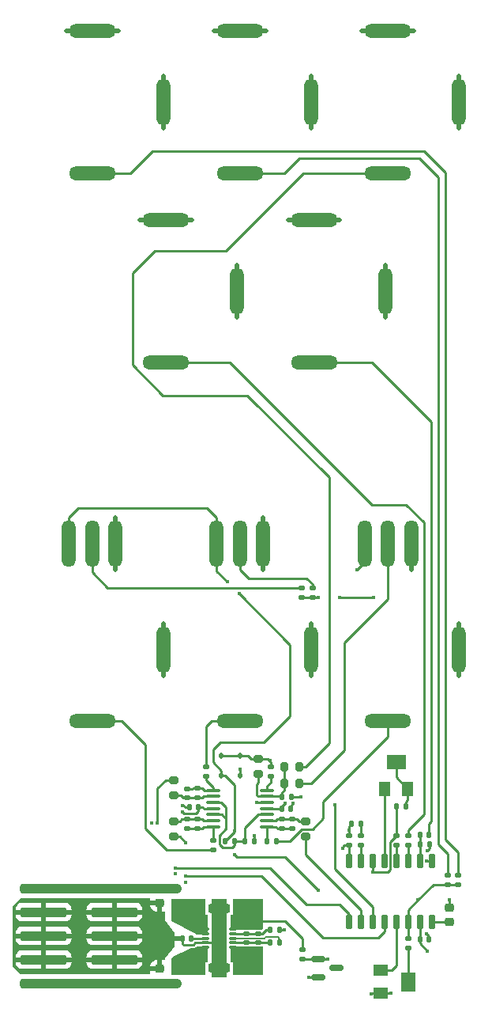
<source format=gbr>
%TF.GenerationSoftware,KiCad,Pcbnew,7.0.6*%
%TF.CreationDate,2023-07-23T13:51:40-05:00*%
%TF.ProjectId,ssi2131_ref,73736932-3133-4315-9f72-65662e6b6963,rev?*%
%TF.SameCoordinates,Original*%
%TF.FileFunction,Copper,L1,Top*%
%TF.FilePolarity,Positive*%
%FSLAX46Y46*%
G04 Gerber Fmt 4.6, Leading zero omitted, Abs format (unit mm)*
G04 Created by KiCad (PCBNEW 7.0.6) date 2023-07-23 13:51:40*
%MOMM*%
%LPD*%
G01*
G04 APERTURE LIST*
G04 Aperture macros list*
%AMRoundRect*
0 Rectangle with rounded corners*
0 $1 Rounding radius*
0 $2 $3 $4 $5 $6 $7 $8 $9 X,Y pos of 4 corners*
0 Add a 4 corners polygon primitive as box body*
4,1,4,$2,$3,$4,$5,$6,$7,$8,$9,$2,$3,0*
0 Add four circle primitives for the rounded corners*
1,1,$1+$1,$2,$3*
1,1,$1+$1,$4,$5*
1,1,$1+$1,$6,$7*
1,1,$1+$1,$8,$9*
0 Add four rect primitives between the rounded corners*
20,1,$1+$1,$2,$3,$4,$5,0*
20,1,$1+$1,$4,$5,$6,$7,0*
20,1,$1+$1,$6,$7,$8,$9,0*
20,1,$1+$1,$8,$9,$2,$3,0*%
G04 Aperture macros list end*
%TA.AperFunction,SMDPad,CuDef*%
%ADD10RoundRect,0.135000X0.135000X0.185000X-0.135000X0.185000X-0.135000X-0.185000X0.135000X-0.185000X0*%
%TD*%
%TA.AperFunction,SMDPad,CuDef*%
%ADD11RoundRect,0.225000X0.225000X0.250000X-0.225000X0.250000X-0.225000X-0.250000X0.225000X-0.250000X0*%
%TD*%
%TA.AperFunction,SMDPad,CuDef*%
%ADD12RoundRect,0.225000X-0.250000X0.225000X-0.250000X-0.225000X0.250000X-0.225000X0.250000X0.225000X0*%
%TD*%
%TA.AperFunction,SMDPad,CuDef*%
%ADD13RoundRect,0.140000X-0.170000X0.140000X-0.170000X-0.140000X0.170000X-0.140000X0.170000X0.140000X0*%
%TD*%
%TA.AperFunction,SMDPad,CuDef*%
%ADD14RoundRect,0.135000X-0.135000X-0.185000X0.135000X-0.185000X0.135000X0.185000X-0.135000X0.185000X0*%
%TD*%
%TA.AperFunction,SMDPad,CuDef*%
%ADD15RoundRect,0.140000X0.140000X0.170000X-0.140000X0.170000X-0.140000X-0.170000X0.140000X-0.170000X0*%
%TD*%
%TA.AperFunction,SMDPad,CuDef*%
%ADD16O,1.500000X5.000000*%
%TD*%
%TA.AperFunction,SMDPad,CuDef*%
%ADD17O,5.000000X1.500000*%
%TD*%
%TA.AperFunction,SMDPad,CuDef*%
%ADD18RoundRect,0.135000X-0.185000X0.135000X-0.185000X-0.135000X0.185000X-0.135000X0.185000X0.135000X0*%
%TD*%
%TA.AperFunction,SMDPad,CuDef*%
%ADD19RoundRect,0.140000X-0.140000X-0.170000X0.140000X-0.170000X0.140000X0.170000X-0.140000X0.170000X0*%
%TD*%
%TA.AperFunction,SMDPad,CuDef*%
%ADD20RoundRect,0.255000X2.245000X0.255000X-2.245000X0.255000X-2.245000X-0.255000X2.245000X-0.255000X0*%
%TD*%
%TA.AperFunction,SMDPad,CuDef*%
%ADD21RoundRect,0.112500X0.112500X-0.187500X0.112500X0.187500X-0.112500X0.187500X-0.112500X-0.187500X0*%
%TD*%
%TA.AperFunction,SMDPad,CuDef*%
%ADD22RoundRect,0.200000X0.275000X-0.200000X0.275000X0.200000X-0.275000X0.200000X-0.275000X-0.200000X0*%
%TD*%
%TA.AperFunction,SMDPad,CuDef*%
%ADD23RoundRect,0.200000X-0.275000X0.200000X-0.275000X-0.200000X0.275000X-0.200000X0.275000X0.200000X0*%
%TD*%
%TA.AperFunction,SMDPad,CuDef*%
%ADD24RoundRect,0.135000X0.185000X-0.135000X0.185000X0.135000X-0.185000X0.135000X-0.185000X-0.135000X0*%
%TD*%
%TA.AperFunction,SMDPad,CuDef*%
%ADD25RoundRect,0.140000X0.170000X-0.140000X0.170000X0.140000X-0.170000X0.140000X-0.170000X-0.140000X0*%
%TD*%
%TA.AperFunction,SMDPad,CuDef*%
%ADD26RoundRect,0.200000X0.200000X0.275000X-0.200000X0.275000X-0.200000X-0.275000X0.200000X-0.275000X0*%
%TD*%
%TA.AperFunction,SMDPad,CuDef*%
%ADD27RoundRect,0.112500X-0.112500X0.187500X-0.112500X-0.187500X0.112500X-0.187500X0.112500X0.187500X0*%
%TD*%
%TA.AperFunction,SMDPad,CuDef*%
%ADD28RoundRect,0.150000X-0.587500X-0.150000X0.587500X-0.150000X0.587500X0.150000X-0.587500X0.150000X0*%
%TD*%
%TA.AperFunction,SMDPad,CuDef*%
%ADD29R,1.300000X1.600000*%
%TD*%
%TA.AperFunction,SMDPad,CuDef*%
%ADD30R,2.000000X1.600000*%
%TD*%
%TA.AperFunction,SMDPad,CuDef*%
%ADD31RoundRect,0.225000X-0.225000X-0.250000X0.225000X-0.250000X0.225000X0.250000X-0.225000X0.250000X0*%
%TD*%
%TA.AperFunction,SMDPad,CuDef*%
%ADD32R,0.280000X0.280000*%
%TD*%
%TA.AperFunction,SMDPad,CuDef*%
%ADD33O,0.850000X0.280000*%
%TD*%
%TA.AperFunction,SMDPad,CuDef*%
%ADD34R,0.680000X1.050000*%
%TD*%
%TA.AperFunction,SMDPad,CuDef*%
%ADD35R,0.260000X0.500000*%
%TD*%
%TA.AperFunction,SMDPad,CuDef*%
%ADD36R,0.280000X0.700000*%
%TD*%
%TA.AperFunction,SMDPad,CuDef*%
%ADD37R,1.650000X2.400000*%
%TD*%
%TA.AperFunction,SMDPad,CuDef*%
%ADD38R,1.600000X1.300000*%
%TD*%
%TA.AperFunction,SMDPad,CuDef*%
%ADD39R,1.600000X2.000000*%
%TD*%
%TA.AperFunction,SMDPad,CuDef*%
%ADD40RoundRect,0.150000X0.150000X-0.650000X0.150000X0.650000X-0.150000X0.650000X-0.150000X-0.650000X0*%
%TD*%
%TA.AperFunction,SMDPad,CuDef*%
%ADD41RoundRect,0.100000X-0.637500X-0.100000X0.637500X-0.100000X0.637500X0.100000X-0.637500X0.100000X0*%
%TD*%
%TA.AperFunction,ViaPad*%
%ADD42C,0.450000*%
%TD*%
%TA.AperFunction,Conductor*%
%ADD43C,0.254000*%
%TD*%
%TA.AperFunction,Conductor*%
%ADD44C,0.250000*%
%TD*%
%TA.AperFunction,Conductor*%
%ADD45C,0.508000*%
%TD*%
%TA.AperFunction,Conductor*%
%ADD46C,1.016000*%
%TD*%
%TA.AperFunction,Conductor*%
%ADD47C,0.127000*%
%TD*%
G04 APERTURE END LIST*
D10*
%TO.P,R16,1*%
%TO.N,Net-(R16-Pad1)*%
X165045500Y-120777000D03*
%TO.P,R16,2*%
%TO.N,VREF*%
X164025500Y-120777000D03*
%TD*%
D11*
%TO.P,C3,1*%
%TO.N,+5V*%
X147350700Y-131726000D03*
%TO.P,C3,2*%
%TO.N,GND*%
X145800700Y-131726000D03*
%TD*%
D12*
%TO.P,C13,1*%
%TO.N,GND*%
X169740500Y-131614000D03*
%TO.P,C13,2*%
%TO.N,Net-(U4-TCAP)*%
X169740500Y-133164000D03*
%TD*%
D13*
%TO.P,C2,1*%
%TO.N,+5V*%
X149235502Y-133441000D03*
%TO.P,C2,2*%
%TO.N,Net-(U1-FBP)*%
X149235502Y-134401000D03*
%TD*%
D14*
%TO.P,R18,1*%
%TO.N,VREF*%
X145667000Y-124503000D03*
%TO.P,R18,2*%
%TO.N,Net-(U3A-+)*%
X146687000Y-124503000D03*
%TD*%
D15*
%TO.P,C12,1*%
%TO.N,GND*%
X167525500Y-134994000D03*
%TO.P,C12,2*%
%TO.N,-5V*%
X166565500Y-134994000D03*
%TD*%
D14*
%TO.P,R2,1*%
%TO.N,Net-(U1-FBP)*%
X150503502Y-134012000D03*
%TO.P,R2,2*%
%TO.N,GND*%
X151523502Y-134012000D03*
%TD*%
D11*
%TO.P,C7,1*%
%TO.N,-5V*%
X147350700Y-138076000D03*
%TO.P,C7,2*%
%TO.N,GND*%
X145800700Y-138076000D03*
%TD*%
D16*
%TO.P,RV4,1,1*%
%TO.N,VREF*%
X144780000Y-92710000D03*
%TO.P,RV4,2,2*%
%TO.N,Net-(R29-Pad1)*%
X147280000Y-92710000D03*
%TO.P,RV4,3,3*%
%TO.N,GND*%
X149780000Y-92710000D03*
%TD*%
%TO.P,J8,S*%
%TO.N,GND*%
X170756500Y-45459000D03*
D17*
%TO.P,J8,T*%
%TO.N,PWM CV*%
X163136500Y-53079000D03*
%TO.P,J8,TN*%
%TO.N,GND*%
X163136500Y-37839000D03*
%TD*%
D18*
%TO.P,R11,1*%
%TO.N,EXPO FREQ CV_{1}*%
X170688000Y-128139000D03*
%TO.P,R11,2*%
%TO.N,EXPO FREQ POT*%
X170688000Y-129159000D03*
%TD*%
D12*
%TO.P,C8,1*%
%TO.N,Net-(D3-A)*%
X138636500Y-129567000D03*
%TO.P,C8,2*%
%TO.N,GND*%
X138636500Y-131117000D03*
%TD*%
D19*
%TO.P,C10,1*%
%TO.N,GND*%
X141828000Y-120904000D03*
%TO.P,C10,2*%
%TO.N,+12V*%
X142788000Y-120904000D03*
%TD*%
D20*
%TO.P,J9,1,Pin_1*%
%TO.N,Net-(D4-K)*%
X133810500Y-139727000D03*
%TO.P,J9,2,Pin_2*%
X126210500Y-139727000D03*
%TO.P,J9,3,Pin_3*%
%TO.N,GND*%
X133810500Y-137187000D03*
%TO.P,J9,4,Pin_4*%
X126210500Y-137187000D03*
%TO.P,J9,5,Pin_5*%
X133810500Y-134647000D03*
%TO.P,J9,6,Pin_6*%
X126210500Y-134647000D03*
%TO.P,J9,7,Pin_7*%
X133810500Y-132107000D03*
%TO.P,J9,8,Pin_8*%
X126210500Y-132107000D03*
%TO.P,J9,9,Pin_9*%
%TO.N,Net-(D3-A)*%
X133810500Y-129567000D03*
%TO.P,J9,10,Pin_10*%
X126210500Y-129567000D03*
%TD*%
D21*
%TO.P,D1,1,K*%
%TO.N,VREF*%
X145288000Y-117467000D03*
%TO.P,D1,2,A*%
%TO.N,PWM_CTRL*%
X145288000Y-115367000D03*
%TD*%
D22*
%TO.P,R9,1*%
%TO.N,Net-(U3D--)*%
X149225000Y-117362000D03*
%TO.P,R9,2*%
%TO.N,PWM_CTRL*%
X149225000Y-115712000D03*
%TD*%
D18*
%TO.P,R13,1*%
%TO.N,EXPO FREQ POT*%
X165295500Y-134954000D03*
%TO.P,R13,2*%
%TO.N,Net-(R13-Pad2)*%
X165295500Y-135974000D03*
%TD*%
D16*
%TO.P,J4,S*%
%TO.N,GND*%
X139043500Y-45459000D03*
D17*
%TO.P,J4,T*%
%TO.N,EXPO FREQ CV_{1}*%
X131423500Y-53079000D03*
%TO.P,J4,TN*%
%TO.N,GND*%
X131423500Y-37839000D03*
%TD*%
D22*
%TO.P,R26,1*%
%TO.N,PULSE OUT*%
X154305000Y-124050000D03*
%TO.P,R26,2*%
%TO.N,Net-(U3C--)*%
X154305000Y-122400000D03*
%TD*%
D10*
%TO.P,R3,1*%
%TO.N,Net-(U1-BUF)*%
X151523502Y-135401000D03*
%TO.P,R3,2*%
%TO.N,Net-(U1-FBN)*%
X150503502Y-135401000D03*
%TD*%
D18*
%TO.P,R1,1*%
%TO.N,+5V*%
X147965502Y-133381000D03*
%TO.P,R1,2*%
%TO.N,Net-(U1-FBP)*%
X147965502Y-134401000D03*
%TD*%
%TO.P,R24,1*%
%TO.N,Net-(C19-Pad2)*%
X144399000Y-124453000D03*
%TO.P,R24,2*%
%TO.N,TRI LINE OUT*%
X144399000Y-125473000D03*
%TD*%
D23*
%TO.P,R20,1*%
%TO.N,SAW OUT*%
X140208000Y-117998000D03*
%TO.P,R20,2*%
%TO.N,Net-(U3A--)*%
X140208000Y-119648000D03*
%TD*%
D13*
%TO.P,C20,1*%
%TO.N,Net-(U3C--)*%
X152908000Y-122175000D03*
%TO.P,C20,2*%
%TO.N,Net-(C20-Pad2)*%
X152908000Y-123135000D03*
%TD*%
D12*
%TO.P,C9,1*%
%TO.N,GND*%
X138636500Y-138177000D03*
%TO.P,C9,2*%
%TO.N,Net-(D4-K)*%
X138636500Y-139727000D03*
%TD*%
D10*
%TO.P,R6,1*%
%TO.N,-5V*%
X152775000Y-119754000D03*
%TO.P,R6,2*%
%TO.N,Net-(U3D--)*%
X151755000Y-119754000D03*
%TD*%
D18*
%TO.P,R30,1*%
%TO.N,Net-(R30-Pad1)*%
X153924000Y-97407000D03*
%TO.P,R30,2*%
%TO.N,EXPO FREQ POT*%
X153924000Y-98427000D03*
%TD*%
D24*
%TO.P,R21,1*%
%TO.N,Net-(C18-Pad2)*%
X143637000Y-117597000D03*
%TO.P,R21,2*%
%TO.N,SAW LINE OUT*%
X143637000Y-116577000D03*
%TD*%
D21*
%TO.P,D4,1,K*%
%TO.N,Net-(D4-K)*%
X140530500Y-139727000D03*
%TO.P,D4,2,A*%
%TO.N,-12V*%
X140530500Y-137627000D03*
%TD*%
D18*
%TO.P,R28,1*%
%TO.N,Net-(U3C--)*%
X151805000Y-122165000D03*
%TO.P,R28,2*%
%TO.N,Net-(C20-Pad2)*%
X151805000Y-123185000D03*
%TD*%
D16*
%TO.P,J5,S*%
%TO.N,GND*%
X154900000Y-45459000D03*
D17*
%TO.P,J5,T*%
%TO.N,EXPO FREQ CV_{2}*%
X147280000Y-53079000D03*
%TO.P,J5,TN*%
%TO.N,GND*%
X147280000Y-37839000D03*
%TD*%
D21*
%TO.P,D3,1,K*%
%TO.N,+12V*%
X140530500Y-131667000D03*
%TO.P,D3,2,A*%
%TO.N,Net-(D3-A)*%
X140530500Y-129567000D03*
%TD*%
D25*
%TO.P,C18,1*%
%TO.N,Net-(U3A--)*%
X141605000Y-119873000D03*
%TO.P,C18,2*%
%TO.N,Net-(C18-Pad2)*%
X141605000Y-118913000D03*
%TD*%
D19*
%TO.P,C17,1*%
%TO.N,Net-(U4-HARD_SYNC)*%
X166563500Y-123825000D03*
%TO.P,C17,2*%
%TO.N,HARD SYNC*%
X167523500Y-123825000D03*
%TD*%
D26*
%TO.P,R7,1*%
%TO.N,PWM_POT*%
X153640000Y-118357000D03*
%TO.P,R7,2*%
%TO.N,Net-(U3D--)*%
X151990000Y-118357000D03*
%TD*%
D25*
%TO.P,C16,1*%
%TO.N,Net-(U4-SOFT_SYNC)*%
X165295500Y-124933000D03*
%TO.P,C16,2*%
%TO.N,SOFT SYNC*%
X165295500Y-123973000D03*
%TD*%
D14*
%TO.P,R27,1*%
%TO.N,Net-(C20-Pad2)*%
X150124000Y-124503000D03*
%TO.P,R27,2*%
%TO.N,PULSE LINE OUT*%
X151144000Y-124503000D03*
%TD*%
D27*
%TO.P,D2,1,K*%
%TO.N,PWM_CTRL*%
X147320000Y-115367000D03*
%TO.P,D2,2,A*%
%TO.N,GND*%
X147320000Y-117467000D03*
%TD*%
D24*
%TO.P,R10,1*%
%TO.N,Net-(R10-Pad1)*%
X150622000Y-117597000D03*
%TO.P,R10,2*%
%TO.N,PWM_CTRL*%
X150622000Y-116577000D03*
%TD*%
D14*
%TO.P,R19,1*%
%TO.N,Net-(U3A-+)*%
X147826000Y-124503000D03*
%TO.P,R19,2*%
%TO.N,GND*%
X148846000Y-124503000D03*
%TD*%
D28*
%TO.P,U2,1,K*%
%TO.N,VREF*%
X155702000Y-137160000D03*
%TO.P,U2,2,A*%
%TO.N,GND*%
X155702000Y-139060000D03*
%TO.P,U2,3*%
%TO.N,N/C*%
X157577000Y-138110000D03*
%TD*%
D26*
%TO.P,R8,1*%
%TO.N,PWM CV*%
X153640000Y-116579000D03*
%TO.P,R8,2*%
%TO.N,Net-(U3D--)*%
X151990000Y-116579000D03*
%TD*%
D18*
%TO.P,R29,1*%
%TO.N,Net-(R29-Pad1)*%
X155067000Y-97407000D03*
%TO.P,R29,2*%
%TO.N,EXPO FREQ POT*%
X155067000Y-98427000D03*
%TD*%
D15*
%TO.P,C4,1*%
%TO.N,Net-(U1-NR{slash}SS)*%
X142026500Y-134901000D03*
%TO.P,C4,2*%
%TO.N,GND*%
X141066500Y-134901000D03*
%TD*%
D29*
%TO.P,RV2,1,1*%
%TO.N,Net-(U4-EXPO_SCALE)*%
X162759846Y-118925000D03*
D30*
%TO.P,RV2,2,2*%
%TO.N,Net-(R16-Pad1)*%
X164009846Y-116025000D03*
D29*
%TO.P,RV2,3,3*%
X165259846Y-118925000D03*
%TD*%
D16*
%TO.P,J3,S*%
%TO.N,GND*%
X170756500Y-104006000D03*
D17*
%TO.P,J3,T*%
%TO.N,PULSE LINE OUT*%
X163136500Y-111626000D03*
%TD*%
D22*
%TO.P,R23,1*%
%TO.N,TRI OUT*%
X140208000Y-124050000D03*
%TO.P,R23,2*%
%TO.N,Net-(U3B--)*%
X140208000Y-122400000D03*
%TD*%
D13*
%TO.P,C5,1*%
%TO.N,Net-(U1-FBN)*%
X149235502Y-135401000D03*
%TO.P,C5,2*%
%TO.N,-5V*%
X149235502Y-136361000D03*
%TD*%
D24*
%TO.P,R14,1*%
%TO.N,Net-(U4-BW_COMP)*%
X160215500Y-124963000D03*
%TO.P,R14,2*%
%TO.N,Net-(C14-Pad1)*%
X160215500Y-123943000D03*
%TD*%
D31*
%TO.P,C1,1*%
%TO.N,+12V*%
X142727300Y-131726000D03*
%TO.P,C1,2*%
%TO.N,GND*%
X144277300Y-131726000D03*
%TD*%
D16*
%TO.P,RV3,1,1*%
%TO.N,+5V*%
X160636500Y-92710000D03*
%TO.P,RV3,2,2*%
%TO.N,PWM_POT*%
X163136500Y-92710000D03*
%TO.P,RV3,3,3*%
%TO.N,-5V*%
X165636500Y-92710000D03*
%TD*%
D25*
%TO.P,C15,1*%
%TO.N,+5V*%
X158945500Y-124933000D03*
%TO.P,C15,2*%
%TO.N,GND*%
X158945500Y-123973000D03*
%TD*%
D15*
%TO.P,C14,1*%
%TO.N,Net-(C14-Pad1)*%
X160215500Y-122675000D03*
%TO.P,C14,2*%
%TO.N,GND*%
X159255500Y-122675000D03*
%TD*%
D16*
%TO.P,RV5,1,1*%
%TO.N,VREF*%
X128923500Y-92710000D03*
%TO.P,RV5,2,2*%
%TO.N,Net-(R30-Pad1)*%
X131423500Y-92710000D03*
%TO.P,RV5,3,3*%
%TO.N,GND*%
X133923500Y-92710000D03*
%TD*%
D18*
%TO.P,R12,1*%
%TO.N,EXPO FREQ CV_{2}*%
X169545000Y-128139000D03*
%TO.P,R12,2*%
%TO.N,EXPO FREQ POT*%
X169545000Y-129159000D03*
%TD*%
D32*
%TO.P,U1,1,INP*%
%TO.N,+12V*%
X143284500Y-133901000D03*
D33*
X143569500Y-133901000D03*
D32*
%TO.P,U1,2,EN*%
X143284500Y-134401000D03*
D33*
X143569500Y-134401000D03*
D32*
%TO.P,U1,3,NR/SS*%
%TO.N,Net-(U1-NR{slash}SS)*%
X143284500Y-134901000D03*
D33*
X143569500Y-134901000D03*
D32*
%TO.P,U1,4,GND*%
%TO.N,GND*%
X143284500Y-135401000D03*
D33*
X143569500Y-135401000D03*
D32*
%TO.P,U1,5,INN*%
%TO.N,-12V*%
X143284500Y-135901000D03*
D33*
X143569500Y-135901000D03*
%TO.P,U1,6,OUTN*%
%TO.N,-5V*%
X146519500Y-135901000D03*
D32*
X146804500Y-135901000D03*
D33*
%TO.P,U1,7,FBN*%
%TO.N,Net-(U1-FBN)*%
X146519500Y-135401000D03*
D32*
X146804500Y-135401000D03*
D33*
%TO.P,U1,8,BUF*%
%TO.N,Net-(U1-BUF)*%
X146519500Y-134901000D03*
D32*
X146804500Y-134901000D03*
D33*
%TO.P,U1,9,FBP*%
%TO.N,Net-(U1-FBP)*%
X146519500Y-134401000D03*
D32*
X146804500Y-134401000D03*
D33*
%TO.P,U1,10,OUTP*%
%TO.N,+5V*%
X146519500Y-133901000D03*
D32*
X146804500Y-133901000D03*
D34*
%TO.P,U1,11,GND*%
%TO.N,GND*%
X144594500Y-134266000D03*
X144594500Y-135536000D03*
D35*
X144794500Y-133271000D03*
D36*
X144794500Y-133351000D03*
X144794500Y-136451000D03*
D35*
X144794500Y-136531000D03*
D37*
X145044500Y-134901000D03*
D35*
X145294500Y-133271000D03*
D36*
X145294500Y-133351000D03*
X145294500Y-136451000D03*
D35*
X145294500Y-136531000D03*
D34*
X145494500Y-134266000D03*
X145494500Y-135536000D03*
%TD*%
D19*
%TO.P,C11,1*%
%TO.N,-12V*%
X151765000Y-121024000D03*
%TO.P,C11,2*%
%TO.N,GND*%
X152725000Y-121024000D03*
%TD*%
D16*
%TO.P,J1,S*%
%TO.N,GND*%
X154900000Y-104006000D03*
D17*
%TO.P,J1,T*%
%TO.N,SAW LINE OUT*%
X147280000Y-111626000D03*
%TD*%
D16*
%TO.P,J2,S*%
%TO.N,GND*%
X139043500Y-104006000D03*
D17*
%TO.P,J2,T*%
%TO.N,TRI LINE OUT*%
X131423500Y-111626000D03*
%TD*%
D38*
%TO.P,RV1,1,1*%
%TO.N,Net-(U4-HF_TRACK)*%
X162395500Y-138323000D03*
D39*
%TO.P,RV1,2,2*%
%TO.N,Net-(R13-Pad2)*%
X165295500Y-139573000D03*
D38*
%TO.P,RV1,3,3*%
%TO.N,GND*%
X162395500Y-140823000D03*
%TD*%
D40*
%TO.P,U4,16,V+*%
%TO.N,+5V*%
X158945500Y-126664000D03*
%TO.P,U4,15,BW_COMP*%
%TO.N,Net-(U4-BW_COMP)*%
X160215500Y-126664000D03*
%TO.P,U4,14,VREF*%
%TO.N,VREF*%
X161485500Y-126664000D03*
%TO.P,U4,13,EXPO_SCALE*%
%TO.N,Net-(U4-EXPO_SCALE)*%
X162755500Y-126664000D03*
%TO.P,U4,12,LIN_FREQ*%
%TO.N,Net-(U4-LIN_FREQ)*%
X164025500Y-126664000D03*
%TO.P,U4,11,SOFT_SYNC*%
%TO.N,Net-(U4-SOFT_SYNC)*%
X165295500Y-126664000D03*
%TO.P,U4,10,HARD_SYNC*%
%TO.N,Net-(U4-HARD_SYNC)*%
X166565500Y-126664000D03*
%TO.P,U4,9,GND*%
%TO.N,GND*%
X167835500Y-126664000D03*
%TO.P,U4,8,TCAP*%
%TO.N,Net-(U4-TCAP)*%
X167835500Y-133164000D03*
%TO.P,U4,7,V-*%
%TO.N,-5V*%
X166565500Y-133164000D03*
%TO.P,U4,6,EXPO_FREQ*%
%TO.N,EXPO FREQ POT*%
X165295500Y-133164000D03*
%TO.P,U4,5,HF_TRACK*%
%TO.N,Net-(U4-HF_TRACK)*%
X164025500Y-133164000D03*
%TO.P,U4,4,TRI_OUT*%
%TO.N,TRI OUT*%
X162755500Y-133164000D03*
%TO.P,U4,3,PWM_CTRL*%
%TO.N,PWM_CTRL*%
X161485500Y-133164000D03*
%TO.P,U4,2,PULSE_OUT*%
%TO.N,PULSE OUT*%
X160215500Y-133164000D03*
%TO.P,U4,1,SAW_OUT*%
%TO.N,SAW OUT*%
X158945500Y-133164000D03*
%TD*%
D31*
%TO.P,C6,1*%
%TO.N,-12V*%
X142727300Y-138076000D03*
%TO.P,C6,2*%
%TO.N,GND*%
X144277300Y-138076000D03*
%TD*%
D18*
%TO.P,R4,1*%
%TO.N,Net-(U1-FBN)*%
X147965502Y-135401000D03*
%TO.P,R4,2*%
%TO.N,-5V*%
X147965502Y-136421000D03*
%TD*%
D10*
%TO.P,R17,1*%
%TO.N,GND*%
X167583500Y-124893000D03*
%TO.P,R17,2*%
%TO.N,Net-(U4-HARD_SYNC)*%
X166563500Y-124893000D03*
%TD*%
D16*
%TO.P,J6,S*%
%TO.N,GND*%
X146971750Y-65652000D03*
D17*
%TO.P,J6,T*%
%TO.N,SOFT SYNC*%
X139351750Y-73272000D03*
%TO.P,J6,TN*%
%TO.N,GND*%
X139351750Y-58032000D03*
%TD*%
D16*
%TO.P,J7,S*%
%TO.N,GND*%
X162828250Y-65652000D03*
D17*
%TO.P,J7,T*%
%TO.N,HARD SYNC*%
X155208250Y-73272000D03*
%TO.P,J7,TN*%
%TO.N,GND*%
X155208250Y-58032000D03*
%TD*%
D41*
%TO.P,U3,1*%
%TO.N,Net-(C18-Pad2)*%
X144399000Y-119074000D03*
%TO.P,U3,2,-*%
%TO.N,Net-(U3A--)*%
X144399000Y-119724000D03*
%TO.P,U3,3,+*%
%TO.N,Net-(U3A-+)*%
X144399000Y-120374000D03*
%TO.P,U3,4,V+*%
%TO.N,+12V*%
X144399000Y-121024000D03*
%TO.P,U3,5,+*%
%TO.N,Net-(U3A-+)*%
X144399000Y-121674000D03*
%TO.P,U3,6,-*%
%TO.N,Net-(U3B--)*%
X144399000Y-122324000D03*
%TO.P,U3,7*%
%TO.N,Net-(C19-Pad2)*%
X144399000Y-122974000D03*
%TO.P,U3,8*%
%TO.N,Net-(C20-Pad2)*%
X150124000Y-122974000D03*
%TO.P,U3,9,-*%
%TO.N,Net-(U3C--)*%
X150124000Y-122324000D03*
%TO.P,U3,10,+*%
%TO.N,Net-(U3A-+)*%
X150124000Y-121674000D03*
%TO.P,U3,11,V-*%
%TO.N,-12V*%
X150124000Y-121024000D03*
%TO.P,U3,12,+*%
%TO.N,GND*%
X150124000Y-120374000D03*
%TO.P,U3,13,-*%
%TO.N,Net-(U3D--)*%
X150124000Y-119724000D03*
%TO.P,U3,14*%
%TO.N,Net-(R10-Pad1)*%
X150124000Y-119074000D03*
%TD*%
D24*
%TO.P,R15,1*%
%TO.N,Net-(U4-LIN_FREQ)*%
X164025500Y-124943000D03*
%TO.P,R15,2*%
%TO.N,VREF*%
X164025500Y-123923000D03*
%TD*%
D18*
%TO.P,R25,1*%
%TO.N,Net-(U3B--)*%
X142748000Y-122165000D03*
%TO.P,R25,2*%
%TO.N,Net-(C19-Pad2)*%
X142748000Y-123185000D03*
%TD*%
D24*
%TO.P,R22,1*%
%TO.N,Net-(U3A--)*%
X142748000Y-119883000D03*
%TO.P,R22,2*%
%TO.N,Net-(C18-Pad2)*%
X142748000Y-118863000D03*
%TD*%
D18*
%TO.P,R5,1*%
%TO.N,+5V*%
X153972500Y-136142000D03*
%TO.P,R5,2*%
%TO.N,VREF*%
X153972500Y-137162000D03*
%TD*%
D13*
%TO.P,C19,1*%
%TO.N,Net-(U3B--)*%
X141605000Y-122175000D03*
%TO.P,C19,2*%
%TO.N,Net-(C19-Pad2)*%
X141605000Y-123135000D03*
%TD*%
D42*
%TO.N,+12V*%
X141097000Y-121350303D03*
X141960600Y-130937000D03*
X142585103Y-130937000D03*
%TO.N,GND*%
X154900000Y-106789250D03*
X144490697Y-137185400D03*
X144689750Y-138861800D03*
X157991500Y-58032000D03*
X145585051Y-132613400D03*
X170756500Y-48260000D03*
X128640250Y-37839000D03*
X144687498Y-130937000D03*
X149780000Y-95493250D03*
X154900000Y-48260000D03*
X133923500Y-89926750D03*
X162828250Y-62868750D03*
X145388250Y-138861800D03*
X145034000Y-132334000D03*
X169740500Y-130817700D03*
X134206750Y-37839000D03*
X139043500Y-48260000D03*
X149072600Y-120370600D03*
X167259000Y-134416800D03*
X140358104Y-128030294D03*
X139043500Y-42693500D03*
X145592800Y-137185400D03*
X148844000Y-123952000D03*
X162828250Y-68435250D03*
X145385998Y-130937000D03*
X144496750Y-37839000D03*
X170756500Y-106789250D03*
X158945500Y-123375500D03*
X142135000Y-58032000D03*
X141478000Y-128930400D03*
X152019000Y-134012000D03*
X144482948Y-132613400D03*
X146971750Y-62868750D03*
X133923500Y-95493250D03*
X147320000Y-116840000D03*
X165919750Y-37839000D03*
X161316000Y-140843000D03*
X136568500Y-58032000D03*
X167386000Y-125526800D03*
X145041748Y-137464800D03*
X137780497Y-122555000D03*
X152425000Y-58032000D03*
X139043500Y-101222750D03*
X154900000Y-101222750D03*
X146971750Y-68435250D03*
X167290000Y-126664000D03*
X154900000Y-42693500D03*
X141097000Y-120700800D03*
X152991894Y-120492475D03*
X163475000Y-140823000D03*
X170756500Y-42693500D03*
X150063250Y-37839000D03*
X139043500Y-106789250D03*
X149780000Y-89926750D03*
X160353250Y-37839000D03*
X170756500Y-101222750D03*
X154686000Y-139060000D03*
%TO.N,+5V*%
X158292800Y-125298200D03*
X159803500Y-95504000D03*
X148996400Y-131572000D03*
X148996400Y-132196503D03*
%TO.N,-5V*%
X153797000Y-119754000D03*
X148590000Y-138049000D03*
X165636500Y-95504000D03*
X149199600Y-138049000D03*
X167386000Y-136271000D03*
%TO.N,-12V*%
X143076200Y-137278503D03*
X142451697Y-137278503D03*
X152146000Y-120492475D03*
%TO.N,VREF*%
X155690532Y-129794000D03*
X145923000Y-96774000D03*
X156718000Y-137160000D03*
X161485500Y-127825500D03*
X146685000Y-125984000D03*
X147193000Y-98044000D03*
X146685000Y-123444000D03*
%TO.N,PWM_CTRL*%
X150458650Y-115911150D03*
X157480000Y-120650000D03*
%TO.N,EXPO FREQ POT*%
X166370000Y-130810000D03*
X157988000Y-98425000D03*
X161624192Y-98425000D03*
X155702000Y-98425000D03*
%TO.N,SAW OUT*%
X138430000Y-122555000D03*
X140374580Y-127381000D03*
%TO.N,TRI OUT*%
X141478000Y-128270000D03*
X141478000Y-124714000D03*
%TD*%
D43*
%TO.N,VREF*%
X152146000Y-126238000D02*
X146939000Y-126238000D01*
X146939000Y-126238000D02*
X146685000Y-125984000D01*
X155690532Y-129782532D02*
X152146000Y-126238000D01*
X155690532Y-129794000D02*
X155690532Y-129782532D01*
D44*
X155702000Y-137160000D02*
X156718000Y-137160000D01*
D43*
%TO.N,PWM CV*%
X163136500Y-53079000D02*
X154058000Y-53079000D01*
X154058000Y-53079000D02*
X145796000Y-61341000D01*
X139001500Y-76835000D02*
X148082000Y-76835000D01*
X145796000Y-61341000D02*
X138176000Y-61341000D01*
X138176000Y-61341000D02*
X135763000Y-63754000D01*
X148082000Y-76835000D02*
X156845000Y-85598000D01*
X135763000Y-63754000D02*
X135763000Y-73596500D01*
X135763000Y-73596500D02*
X139001500Y-76835000D01*
X156845000Y-85598000D02*
X156845000Y-114046000D01*
X156845000Y-114046000D02*
X154305000Y-116586000D01*
X154305000Y-116586000D02*
X154298000Y-116579000D01*
X154298000Y-116579000D02*
X153640000Y-116579000D01*
%TO.N,VREF*%
X145661000Y-117467000D02*
X145288000Y-117467000D01*
X146685000Y-118491000D02*
X145661000Y-117467000D01*
X146685000Y-123444000D02*
X146685000Y-118491000D01*
D44*
%TO.N,+12V*%
X144399000Y-121024000D02*
X143401400Y-121024000D01*
X143281400Y-120904000D02*
X142788000Y-120904000D01*
X141097000Y-121350303D02*
X141285697Y-121539000D01*
X142570200Y-121539000D02*
X142788000Y-121321200D01*
X141285697Y-121539000D02*
X142570200Y-121539000D01*
X143401400Y-121024000D02*
X143281400Y-120904000D01*
X142788000Y-121321200D02*
X142788000Y-120904000D01*
D43*
%TO.N,GND*%
X151523502Y-134012000D02*
X152019000Y-134012000D01*
D45*
X139334000Y-58032000D02*
X142135000Y-58032000D01*
D43*
X158945500Y-123375500D02*
X158945500Y-122985000D01*
D45*
X162828250Y-65669750D02*
X162828250Y-62868750D01*
D44*
X141428515Y-120904000D02*
X141828000Y-120904000D01*
D43*
X152725000Y-120759369D02*
X152725000Y-121024000D01*
D45*
X146971750Y-65669750D02*
X146971750Y-68435250D01*
X155190500Y-58032000D02*
X152425000Y-58032000D01*
X139334000Y-58032000D02*
X136568500Y-58032000D01*
D43*
X148844000Y-123952000D02*
X148846000Y-123954000D01*
D44*
X141097000Y-120700800D02*
X141225315Y-120700800D01*
D43*
X167525500Y-134683300D02*
X167525500Y-134994000D01*
X148846000Y-124503000D02*
X148846000Y-123954000D01*
D45*
X131405750Y-37839000D02*
X134206750Y-37839000D01*
D43*
X158945500Y-122985000D02*
X159255500Y-122675000D01*
X152991894Y-120492475D02*
X152725000Y-120759369D01*
X169740500Y-130817700D02*
X169740500Y-131614000D01*
X142287338Y-135610600D02*
X142496938Y-135401000D01*
D45*
X170756500Y-45459000D02*
X170756500Y-42693500D01*
X162828250Y-65669750D02*
X162828250Y-68435250D01*
X154900000Y-45459000D02*
X154900000Y-42693500D01*
D43*
X141066500Y-135453100D02*
X141224000Y-135610600D01*
X142496938Y-135401000D02*
X143284500Y-135401000D01*
X149072600Y-120370600D02*
X149076000Y-120374000D01*
X149076000Y-120374000D02*
X150124000Y-120374000D01*
D45*
X149780000Y-92727750D02*
X149780000Y-95493250D01*
X170756500Y-104023750D02*
X170756500Y-101222750D01*
X155190500Y-58032000D02*
X157991500Y-58032000D01*
X139043500Y-45459000D02*
X139043500Y-48260000D01*
D43*
X167386000Y-125526800D02*
X167583500Y-125329300D01*
D45*
X147262250Y-37839000D02*
X144496750Y-37839000D01*
X131405750Y-37839000D02*
X128640250Y-37839000D01*
X139930200Y-134901000D02*
X139903200Y-134874000D01*
D43*
X154686000Y-139060000D02*
X155702000Y-139060000D01*
X167583500Y-125329300D02*
X167583500Y-124893000D01*
D45*
X139043500Y-104023750D02*
X139043500Y-106789250D01*
X163118750Y-37839000D02*
X165919750Y-37839000D01*
D43*
X141224000Y-135610600D02*
X142287338Y-135610600D01*
D45*
X139043500Y-45459000D02*
X139043500Y-42693500D01*
X139043500Y-104023750D02*
X139043500Y-101222750D01*
D43*
X143569500Y-135401000D02*
X144294500Y-135401000D01*
D45*
X133923500Y-92727750D02*
X133923500Y-95493250D01*
X133923500Y-92727750D02*
X133923500Y-89926750D01*
D44*
X141225315Y-120700800D02*
X141428515Y-120904000D01*
D45*
X141066500Y-134901000D02*
X139930200Y-134901000D01*
X154900000Y-45459000D02*
X154900000Y-48260000D01*
X147262250Y-37839000D02*
X150063250Y-37839000D01*
D43*
X161336000Y-140823000D02*
X163475000Y-140823000D01*
X147320000Y-117467000D02*
X147320000Y-116840000D01*
X158945500Y-123375500D02*
X158945500Y-123973000D01*
X141066500Y-134901000D02*
X141066500Y-135453100D01*
D45*
X170756500Y-104023750D02*
X170756500Y-106789250D01*
X154900000Y-104023750D02*
X154900000Y-101222750D01*
D43*
X167259000Y-134416800D02*
X167525500Y-134683300D01*
D45*
X149780000Y-92727750D02*
X149780000Y-89926750D01*
X170756500Y-45459000D02*
X170756500Y-48260000D01*
X146971750Y-65669750D02*
X146971750Y-62868750D01*
D43*
X167290000Y-126664000D02*
X167835500Y-126664000D01*
D45*
X163118750Y-37839000D02*
X160353250Y-37839000D01*
X154900000Y-104023750D02*
X154900000Y-106789250D01*
D44*
%TO.N,+5V*%
X149580502Y-133096000D02*
X149235502Y-133441000D01*
D43*
X160636500Y-94671000D02*
X160636500Y-92710000D01*
D44*
X152093500Y-133096000D02*
X149580502Y-133096000D01*
D43*
X158292800Y-125120400D02*
X158480200Y-124933000D01*
X158480200Y-124933000D02*
X158945500Y-124933000D01*
X159803500Y-95504000D02*
X160636500Y-94671000D01*
D44*
X153972500Y-136142000D02*
X153972500Y-134975000D01*
D43*
X158945500Y-124933000D02*
X158945500Y-126664000D01*
D44*
X153972500Y-134975000D02*
X152093500Y-133096000D01*
D43*
X158292800Y-125298200D02*
X158292800Y-125120400D01*
X160636500Y-94925000D02*
X160636500Y-92710000D01*
%TO.N,Net-(U1-FBP)*%
X149235502Y-134401000D02*
X149666500Y-134401000D01*
X146804500Y-134401000D02*
X147965502Y-134401000D01*
X149666500Y-134401000D02*
X150055500Y-134012000D01*
X150055500Y-134012000D02*
X150503502Y-134012000D01*
X147965502Y-134401000D02*
X149235502Y-134401000D01*
%TO.N,Net-(U1-NR{slash}SS)*%
X143569500Y-134901000D02*
X142026500Y-134901000D01*
%TO.N,Net-(U1-FBN)*%
X146804500Y-135401000D02*
X147965502Y-135401000D01*
X149235502Y-135401000D02*
X150503502Y-135401000D01*
X147965502Y-135401000D02*
X149235502Y-135401000D01*
%TO.N,-5V*%
X153663000Y-119754000D02*
X152775000Y-119754000D01*
X166565500Y-134994000D02*
X166565500Y-133164000D01*
D45*
X165636500Y-95504000D02*
X165636500Y-92710000D01*
D43*
X167386000Y-136271000D02*
X166565500Y-135450500D01*
X166565500Y-135450500D02*
X166565500Y-134994000D01*
%TO.N,-12V*%
X151765000Y-120827800D02*
X151765000Y-121024000D01*
X152146000Y-120446800D02*
X151765000Y-120827800D01*
X150124000Y-121024000D02*
X151765000Y-121024000D01*
%TO.N,Net-(U4-TCAP)*%
X167835500Y-133164000D02*
X169740500Y-133164000D01*
%TO.N,Net-(C14-Pad1)*%
X160215500Y-122675000D02*
X160215500Y-123943000D01*
%TO.N,Net-(U4-SOFT_SYNC)*%
X165295500Y-124933000D02*
X165295500Y-126664000D01*
%TO.N,SOFT SYNC*%
X146170000Y-73272000D02*
X161417000Y-88519000D01*
X167005000Y-90424000D02*
X167005000Y-121666000D01*
X167005000Y-121666000D02*
X165295500Y-123375500D01*
X165100000Y-88519000D02*
X167005000Y-90424000D01*
X139351750Y-73272000D02*
X146170000Y-73272000D01*
X161417000Y-88519000D02*
X165100000Y-88519000D01*
X165295500Y-123375500D02*
X165295500Y-123973000D01*
%TO.N,Net-(U4-HARD_SYNC)*%
X166563500Y-124893000D02*
X166563500Y-123825000D01*
X166563500Y-124893000D02*
X166563500Y-126662000D01*
X166563500Y-126662000D02*
X166565500Y-126664000D01*
%TO.N,HARD SYNC*%
X167767000Y-79629000D02*
X161410000Y-73272000D01*
X167523500Y-122671500D02*
X167767000Y-122428000D01*
X167767000Y-122428000D02*
X167767000Y-79629000D01*
X161410000Y-73272000D02*
X155208250Y-73272000D01*
X167523500Y-123825000D02*
X167523500Y-122671500D01*
%TO.N,Net-(U3A--)*%
X143413000Y-119724000D02*
X144399000Y-119724000D01*
X143254000Y-119883000D02*
X143413000Y-119724000D01*
X140914800Y-119648000D02*
X140208000Y-119648000D01*
X141605000Y-119873000D02*
X141597000Y-119881000D01*
X142748000Y-119883000D02*
X143254000Y-119883000D01*
X141597000Y-119881000D02*
X141147800Y-119881000D01*
X141147800Y-119881000D02*
X140914800Y-119648000D01*
X142748000Y-119883000D02*
X141615000Y-119883000D01*
%TO.N,Net-(C18-Pad2)*%
X142192000Y-118913000D02*
X142242000Y-118863000D01*
X144399000Y-119074000D02*
X144399000Y-118738000D01*
X143254000Y-118863000D02*
X143465000Y-119074000D01*
X143465000Y-119074000D02*
X144399000Y-119074000D01*
X143637000Y-117976000D02*
X143637000Y-117597000D01*
X142748000Y-118863000D02*
X143254000Y-118863000D01*
X141605000Y-118913000D02*
X142192000Y-118913000D01*
X144399000Y-118738000D02*
X143637000Y-117976000D01*
X142242000Y-118863000D02*
X142748000Y-118863000D01*
%TO.N,Net-(U3B--)*%
X142738000Y-122175000D02*
X142748000Y-122165000D01*
X140208000Y-122400000D02*
X140813200Y-122400000D01*
X140813200Y-122400000D02*
X141038200Y-122175000D01*
X144399000Y-122324000D02*
X143413000Y-122324000D01*
X143413000Y-122324000D02*
X143254000Y-122165000D01*
X143254000Y-122165000D02*
X142748000Y-122165000D01*
X141605000Y-122175000D02*
X142738000Y-122175000D01*
X141038200Y-122175000D02*
X141605000Y-122175000D01*
%TO.N,Net-(C19-Pad2)*%
X142748000Y-123185000D02*
X141655000Y-123185000D01*
X143414200Y-122974000D02*
X144399000Y-122974000D01*
X143203200Y-123185000D02*
X143414200Y-122974000D01*
X144399000Y-124453000D02*
X144399000Y-122974000D01*
X141655000Y-123185000D02*
X141605000Y-123135000D01*
X142748000Y-123185000D02*
X143203200Y-123185000D01*
%TO.N,Net-(U3C--)*%
X151805000Y-122165000D02*
X152898000Y-122165000D01*
X153417000Y-122175000D02*
X153642000Y-122400000D01*
X152908000Y-122175000D02*
X153417000Y-122175000D01*
X151100000Y-122324000D02*
X151259000Y-122165000D01*
X150124000Y-122324000D02*
X151100000Y-122324000D01*
X153642000Y-122400000D02*
X154305000Y-122400000D01*
X152898000Y-122165000D02*
X152908000Y-122175000D01*
X151259000Y-122165000D02*
X151805000Y-122165000D01*
%TO.N,Net-(C20-Pad2)*%
X151098800Y-122974000D02*
X151309800Y-123185000D01*
X151805000Y-123185000D02*
X152858000Y-123185000D01*
X150124000Y-122974000D02*
X151098800Y-122974000D01*
X151309800Y-123185000D02*
X151805000Y-123185000D01*
X152858000Y-123185000D02*
X152908000Y-123135000D01*
X150124000Y-122974000D02*
X150124000Y-124503000D01*
%TO.N,VREF*%
X164025500Y-120777000D02*
X164025500Y-123923000D01*
X128923500Y-92710000D02*
X128923500Y-89897500D01*
X163382500Y-127574500D02*
X163131500Y-127825500D01*
X152654000Y-111125000D02*
X149860000Y-113919000D01*
X163378500Y-124570000D02*
X163378500Y-125259722D01*
X145288000Y-116967000D02*
X145288000Y-117467000D01*
X146685000Y-123485000D02*
X146685000Y-123444000D01*
X163131500Y-127825500D02*
X161485500Y-127825500D01*
X145923000Y-96774000D02*
X144780000Y-95631000D01*
X144399000Y-114681000D02*
X144399000Y-116078000D01*
X145667000Y-124503000D02*
X146685000Y-123485000D01*
X143764000Y-88900000D02*
X144780000Y-89916000D01*
X144780000Y-95631000D02*
X144780000Y-92710000D01*
X147193000Y-98044000D02*
X152654000Y-103505000D01*
X152654000Y-103505000D02*
X152654000Y-111125000D01*
X163382500Y-125263722D02*
X163382500Y-127574500D01*
X161485500Y-127825500D02*
X161485500Y-126664000D01*
X144780000Y-89916000D02*
X144780000Y-92710000D01*
X164025500Y-123923000D02*
X163378500Y-124570000D01*
X155702000Y-137160000D02*
X153972500Y-137160000D01*
X144399000Y-116078000D02*
X145288000Y-116967000D01*
X128923500Y-89897500D02*
X129921000Y-88900000D01*
X145161000Y-113919000D02*
X144399000Y-114681000D01*
X163378500Y-125259722D02*
X163382500Y-125263722D01*
X129921000Y-88900000D02*
X143764000Y-88900000D01*
X149860000Y-113919000D02*
X145161000Y-113919000D01*
%TO.N,PWM_CTRL*%
X147320000Y-115367000D02*
X148140000Y-115367000D01*
X150259500Y-115712000D02*
X149225000Y-115712000D01*
X148485000Y-115712000D02*
X149225000Y-115712000D01*
X157480000Y-120650000D02*
X157480000Y-127508000D01*
X150622000Y-116577000D02*
X150622000Y-116074500D01*
X145333000Y-115367000D02*
X145288000Y-115322000D01*
X161485500Y-131513500D02*
X161485500Y-133164000D01*
X157480000Y-127508000D02*
X161485500Y-131513500D01*
X147320000Y-115367000D02*
X145333000Y-115367000D01*
X150622000Y-116074500D02*
X150259500Y-115712000D01*
X148140000Y-115367000D02*
X148485000Y-115712000D01*
D46*
%TO.N,Net-(D3-A)*%
X133810500Y-129567000D02*
X138636500Y-129567000D01*
X126210500Y-129567000D02*
X133810500Y-129567000D01*
X138636500Y-129567000D02*
X140530500Y-129567000D01*
%TO.N,Net-(D4-K)*%
X133810500Y-139727000D02*
X138636500Y-139727000D01*
X138636500Y-139727000D02*
X140530500Y-139727000D01*
X126210500Y-139727000D02*
X133810500Y-139727000D01*
D43*
%TO.N,SAW LINE OUT*%
X143637000Y-112217200D02*
X144228200Y-111626000D01*
X143637000Y-116577000D02*
X143637000Y-112217200D01*
X144228200Y-111626000D02*
X147280000Y-111626000D01*
%TO.N,TRI LINE OUT*%
X137160000Y-114173000D02*
X134613000Y-111626000D01*
X137160000Y-123190000D02*
X137160000Y-114173000D01*
X139443000Y-125473000D02*
X137160000Y-123190000D01*
X144399000Y-125473000D02*
X139443000Y-125473000D01*
X134613000Y-111626000D02*
X131423500Y-111626000D01*
%TO.N,PULSE LINE OUT*%
X156210000Y-122047000D02*
X156210000Y-120269000D01*
X151144000Y-124503000D02*
X152611000Y-124503000D01*
X156210000Y-120269000D02*
X163136500Y-113342500D01*
X155032001Y-123224999D02*
X156210000Y-122047000D01*
X152611000Y-124503000D02*
X153889001Y-123224999D01*
X163136500Y-113342500D02*
X163136500Y-111626000D01*
X153889001Y-123224999D02*
X155032001Y-123224999D01*
%TO.N,EXPO FREQ CV_{1}*%
X170688000Y-128139000D02*
X170688000Y-125730000D01*
X137922000Y-50673000D02*
X135516000Y-53079000D01*
X135516000Y-53079000D02*
X131423500Y-53079000D01*
X170688000Y-125730000D02*
X169291000Y-124333000D01*
X167005000Y-50673000D02*
X137922000Y-50673000D01*
X169291000Y-124333000D02*
X169291000Y-52959000D01*
X169291000Y-52959000D02*
X167005000Y-50673000D01*
%TO.N,EXPO FREQ CV_{2}*%
X169545000Y-125920500D02*
X168529000Y-124904500D01*
X166497000Y-51435000D02*
X153670000Y-51435000D01*
X168529000Y-53467000D02*
X166497000Y-51435000D01*
X152026000Y-53079000D02*
X147280000Y-53079000D01*
X168529000Y-124904500D02*
X168529000Y-53467000D01*
X169545000Y-128139000D02*
X169545000Y-125920500D01*
X153670000Y-51435000D02*
X152026000Y-53079000D01*
D47*
%TO.N,Net-(U1-BUF)*%
X146804500Y-134901000D02*
X149883800Y-134901000D01*
X149987000Y-134797800D02*
X151323900Y-134797800D01*
X149883800Y-134901000D02*
X149987000Y-134797800D01*
X151523502Y-134997402D02*
X151523502Y-135401000D01*
X151323900Y-134797800D02*
X151523502Y-134997402D01*
D43*
%TO.N,Net-(U3D--)*%
X151765000Y-119744000D02*
X151765000Y-119296800D01*
X149225000Y-118230000D02*
X149225000Y-117362000D01*
X149195000Y-119724000D02*
X149059500Y-119588500D01*
X150124000Y-119724000D02*
X149195000Y-119724000D01*
X151755000Y-119754000D02*
X151765000Y-119744000D01*
X150124000Y-119724000D02*
X151725000Y-119724000D01*
X151990000Y-119071800D02*
X151990000Y-118357000D01*
X151990000Y-118357000D02*
X151990000Y-116579000D01*
X149059500Y-119588500D02*
X149059500Y-118395500D01*
X151765000Y-119296800D02*
X151990000Y-119071800D01*
X151725000Y-119724000D02*
X151755000Y-119754000D01*
X149059500Y-118395500D02*
X149225000Y-118230000D01*
%TO.N,PWM_POT*%
X158496000Y-114808000D02*
X158496000Y-103251000D01*
X154940000Y-118364000D02*
X158496000Y-114808000D01*
X158496000Y-103251000D02*
X163136500Y-98610500D01*
X153640000Y-118357000D02*
X154312000Y-118357000D01*
X154312000Y-118357000D02*
X154319000Y-118364000D01*
X163136500Y-98610500D02*
X163136500Y-92710000D01*
X154319000Y-118364000D02*
X154940000Y-118364000D01*
%TO.N,Net-(R10-Pad1)*%
X150124000Y-119074000D02*
X150124000Y-118642600D01*
X150622000Y-118144600D02*
X150622000Y-117597000D01*
X150124000Y-118642600D02*
X150622000Y-118144600D01*
%TO.N,EXPO FREQ POT*%
X168021000Y-129159000D02*
X169545000Y-129159000D01*
X165295500Y-133164000D02*
X165295500Y-131884500D01*
X161624192Y-98425000D02*
X157988000Y-98425000D01*
X153924000Y-98427000D02*
X155067000Y-98427000D01*
X169545000Y-129159000D02*
X170688000Y-129159000D01*
X155067000Y-98427000D02*
X155700000Y-98427000D01*
X165295500Y-131884500D02*
X166370000Y-130810000D01*
X155700000Y-98427000D02*
X155702000Y-98425000D01*
X166370000Y-130810000D02*
X168021000Y-129159000D01*
X165295500Y-134865000D02*
X165295500Y-133164000D01*
%TO.N,Net-(R13-Pad2)*%
X165295500Y-139573000D02*
X165295500Y-135974000D01*
%TO.N,Net-(U4-BW_COMP)*%
X160215500Y-124963000D02*
X160215500Y-126664000D01*
%TO.N,Net-(U4-LIN_FREQ)*%
X164025500Y-124860500D02*
X164025500Y-126664000D01*
%TO.N,Net-(R16-Pad1)*%
X164009846Y-117675000D02*
X165259846Y-118925000D01*
X165045500Y-120777000D02*
X165045500Y-120323500D01*
X164009846Y-116025000D02*
X164009846Y-117675000D01*
X165259846Y-120109154D02*
X165259846Y-118925000D01*
X165045500Y-120323500D02*
X165259846Y-120109154D01*
%TO.N,Net-(U3A-+)*%
X145070000Y-124879367D02*
X145070000Y-123916000D01*
X145296000Y-121674000D02*
X145796000Y-122174000D01*
X146431000Y-125222000D02*
X145412633Y-125222000D01*
X144399000Y-121674000D02*
X145296000Y-121674000D01*
X147826000Y-123065000D02*
X149217000Y-121674000D01*
X145796000Y-123190000D02*
X145796000Y-122174000D01*
X147826000Y-124503000D02*
X147826000Y-123065000D01*
X145796000Y-122174000D02*
X145796000Y-120904000D01*
X145070000Y-123916000D02*
X145796000Y-123190000D01*
X146687000Y-124503000D02*
X146687000Y-124966000D01*
X145796000Y-120904000D02*
X145266000Y-120374000D01*
X146687000Y-124503000D02*
X147826000Y-124503000D01*
X145412633Y-125222000D02*
X145070000Y-124879367D01*
X145266000Y-120374000D02*
X144399000Y-120374000D01*
X146687000Y-124966000D02*
X146431000Y-125222000D01*
X149217000Y-121674000D02*
X150124000Y-121674000D01*
D44*
%TO.N,SAW OUT*%
X158945500Y-132275500D02*
X158945500Y-133164000D01*
X149352000Y-127381000D02*
X150495000Y-127381000D01*
D43*
X139304000Y-117998000D02*
X138430000Y-118872000D01*
D44*
X150495000Y-127381000D02*
X154432000Y-131318000D01*
X157988000Y-131318000D02*
X158945500Y-132275500D01*
X154432000Y-131318000D02*
X157988000Y-131318000D01*
D43*
X140208000Y-117998000D02*
X139304000Y-117998000D01*
X149352000Y-127381000D02*
X140374580Y-127381000D01*
X138430000Y-118872000D02*
X138430000Y-122555000D01*
%TO.N,TRI OUT*%
X162106000Y-134820000D02*
X162755500Y-134170500D01*
X156156000Y-134820000D02*
X162106000Y-134820000D01*
X141478000Y-128270000D02*
X149606000Y-128270000D01*
X140814000Y-124050000D02*
X141478000Y-124714000D01*
X140208000Y-124050000D02*
X140814000Y-124050000D01*
X162755500Y-134170500D02*
X162755500Y-133164000D01*
X149606000Y-128270000D02*
X156156000Y-134820000D01*
%TO.N,PULSE OUT*%
X160215500Y-133164000D02*
X160215500Y-131894500D01*
X154305000Y-125984000D02*
X154305000Y-124050000D01*
X160215500Y-131894500D02*
X154305000Y-125984000D01*
%TO.N,Net-(R29-Pad1)*%
X147280000Y-92710000D02*
X147280000Y-95464000D01*
X148209000Y-96393000D02*
X154432000Y-96393000D01*
X154432000Y-96393000D02*
X155067000Y-97028000D01*
X147280000Y-95464000D02*
X148209000Y-96393000D01*
X155067000Y-97028000D02*
X155067000Y-97407000D01*
%TO.N,Net-(R30-Pad1)*%
X131423500Y-95736500D02*
X133094000Y-97407000D01*
X131423500Y-92710000D02*
X131423500Y-95736500D01*
X133094000Y-97407000D02*
X153924000Y-97407000D01*
%TO.N,Net-(U4-HF_TRACK)*%
X162395500Y-138323000D02*
X163556000Y-138323000D01*
X163556000Y-138323000D02*
X164025500Y-137853500D01*
X164025500Y-137853500D02*
X164025500Y-133164000D01*
D44*
%TO.N,Net-(U4-EXPO_SCALE)*%
X162759846Y-126659654D02*
X162759846Y-118925000D01*
X162755500Y-126664000D02*
X162759846Y-126659654D01*
%TD*%
%TA.AperFunction,Conductor*%
%TO.N,GND*%
G36*
X123893342Y-130583325D02*
G01*
X123914622Y-130585500D01*
X128506378Y-130585500D01*
X128522763Y-130583826D01*
X128529170Y-130583500D01*
X131491830Y-130583500D01*
X131498236Y-130583825D01*
X131514622Y-130585500D01*
X136106378Y-130585500D01*
X136122763Y-130583826D01*
X136129170Y-130583500D01*
X137550469Y-130583500D01*
X137618590Y-130603502D01*
X137665083Y-130657158D01*
X137675187Y-130727432D01*
X137672791Y-130737602D01*
X137673085Y-130737665D01*
X137671643Y-130744399D01*
X137661500Y-130843676D01*
X137661500Y-130867000D01*
X138760500Y-130867000D01*
X138828621Y-130887002D01*
X138875114Y-130940658D01*
X138886500Y-130993000D01*
X138886500Y-132066999D01*
X138934814Y-132066999D01*
X139034102Y-132056856D01*
X139105868Y-132033076D01*
X139176822Y-132030636D01*
X139237832Y-132066945D01*
X139269528Y-132130473D01*
X139271500Y-132152681D01*
X139271500Y-132996001D01*
X139740234Y-133647564D01*
X140252782Y-134360031D01*
X140276327Y-134427009D01*
X140276500Y-134433612D01*
X140276500Y-135716930D01*
X140256498Y-135785051D01*
X140250192Y-135793984D01*
X139980835Y-136142418D01*
X139271500Y-137059998D01*
X139271500Y-137141318D01*
X139251498Y-137209439D01*
X139197842Y-137255932D01*
X139127568Y-137266036D01*
X139105868Y-137260923D01*
X139034107Y-137237144D01*
X139034100Y-137237143D01*
X138934823Y-137227000D01*
X138886500Y-137227000D01*
X138886500Y-138301000D01*
X138866498Y-138369121D01*
X138812842Y-138415614D01*
X138760500Y-138427000D01*
X137661501Y-138427000D01*
X137661501Y-138450314D01*
X137671643Y-138549603D01*
X137673083Y-138556325D01*
X137670485Y-138556881D01*
X137672518Y-138615810D01*
X137636216Y-138676824D01*
X137572690Y-138708525D01*
X137550470Y-138710500D01*
X136129170Y-138710500D01*
X136122763Y-138710174D01*
X136106378Y-138708500D01*
X131514622Y-138708500D01*
X131498237Y-138710174D01*
X131491830Y-138710500D01*
X128529170Y-138710500D01*
X128522763Y-138710174D01*
X128506378Y-138708500D01*
X123914622Y-138708500D01*
X123914614Y-138708500D01*
X123810057Y-138719182D01*
X123770129Y-138732413D01*
X123699174Y-138734852D01*
X123641403Y-138701903D01*
X122925405Y-137985905D01*
X122891379Y-137923593D01*
X122888500Y-137896810D01*
X122888500Y-137492310D01*
X123210500Y-137492310D01*
X123221063Y-137595710D01*
X123276579Y-137763248D01*
X123369234Y-137913466D01*
X123369239Y-137913472D01*
X123494027Y-138038260D01*
X123494033Y-138038265D01*
X123644250Y-138130920D01*
X123811787Y-138186435D01*
X123811791Y-138186436D01*
X123915180Y-138196999D01*
X125960499Y-138196999D01*
X126460499Y-138196999D01*
X128505810Y-138196999D01*
X128609210Y-138186436D01*
X128776748Y-138130920D01*
X128926966Y-138038265D01*
X128926972Y-138038260D01*
X129051760Y-137913472D01*
X129051765Y-137913466D01*
X129144420Y-137763249D01*
X129199935Y-137595712D01*
X129199936Y-137595708D01*
X129210499Y-137492319D01*
X129210500Y-137492319D01*
X129210500Y-137492310D01*
X130810500Y-137492310D01*
X130821063Y-137595710D01*
X130876579Y-137763248D01*
X130969234Y-137913466D01*
X130969239Y-137913472D01*
X131094027Y-138038260D01*
X131094033Y-138038265D01*
X131244250Y-138130920D01*
X131411787Y-138186435D01*
X131411791Y-138186436D01*
X131515180Y-138196999D01*
X133560500Y-138196999D01*
X134060499Y-138196999D01*
X136105810Y-138196999D01*
X136209210Y-138186436D01*
X136376748Y-138130920D01*
X136526966Y-138038265D01*
X136526972Y-138038260D01*
X136638232Y-137927000D01*
X137661500Y-137927000D01*
X138386500Y-137927000D01*
X138386500Y-137227000D01*
X138338185Y-137227000D01*
X138238897Y-137237143D01*
X138078016Y-137290453D01*
X137933767Y-137379427D01*
X137933761Y-137379432D01*
X137813932Y-137499261D01*
X137813927Y-137499267D01*
X137724953Y-137643516D01*
X137671644Y-137804393D01*
X137671643Y-137804399D01*
X137661500Y-137903676D01*
X137661500Y-137927000D01*
X136638232Y-137927000D01*
X136651760Y-137913472D01*
X136651765Y-137913466D01*
X136744420Y-137763249D01*
X136799935Y-137595712D01*
X136799936Y-137595708D01*
X136810499Y-137492319D01*
X136810500Y-137492319D01*
X136810500Y-137437000D01*
X134060500Y-137437000D01*
X134060499Y-138196999D01*
X133560500Y-138196999D01*
X133560500Y-137437000D01*
X130810501Y-137437000D01*
X130810500Y-137492310D01*
X129210500Y-137492310D01*
X129210500Y-137437000D01*
X126460500Y-137437000D01*
X126460499Y-138196999D01*
X125960499Y-138196999D01*
X125960500Y-137437000D01*
X123210501Y-137437000D01*
X123210500Y-137492310D01*
X122888500Y-137492310D01*
X122888500Y-136937000D01*
X123210500Y-136937000D01*
X125960500Y-136937000D01*
X125960499Y-136177000D01*
X126460499Y-136177000D01*
X126460500Y-136937000D01*
X129210499Y-136937000D01*
X130810500Y-136937000D01*
X133560500Y-136937000D01*
X133560500Y-136177000D01*
X134060499Y-136177000D01*
X134060500Y-136937000D01*
X136810499Y-136937000D01*
X136810499Y-136881689D01*
X136799936Y-136778289D01*
X136744420Y-136610751D01*
X136651765Y-136460533D01*
X136651760Y-136460527D01*
X136526972Y-136335739D01*
X136526966Y-136335734D01*
X136376749Y-136243079D01*
X136209212Y-136187564D01*
X136209208Y-136187563D01*
X136105819Y-136177000D01*
X134060499Y-136177000D01*
X133560500Y-136177000D01*
X131515189Y-136177000D01*
X131411789Y-136187563D01*
X131244251Y-136243079D01*
X131094033Y-136335734D01*
X131094027Y-136335739D01*
X130969239Y-136460527D01*
X130969234Y-136460533D01*
X130876579Y-136610750D01*
X130821064Y-136778287D01*
X130821063Y-136778291D01*
X130810500Y-136881680D01*
X130810500Y-136937000D01*
X129210499Y-136937000D01*
X129210499Y-136881689D01*
X129199936Y-136778289D01*
X129144420Y-136610751D01*
X129051765Y-136460533D01*
X129051760Y-136460527D01*
X128926972Y-136335739D01*
X128926966Y-136335734D01*
X128776749Y-136243079D01*
X128609212Y-136187564D01*
X128609208Y-136187563D01*
X128505819Y-136177000D01*
X126460499Y-136177000D01*
X125960499Y-136177000D01*
X123915189Y-136177000D01*
X123811789Y-136187563D01*
X123644251Y-136243079D01*
X123494033Y-136335734D01*
X123494027Y-136335739D01*
X123369239Y-136460527D01*
X123369234Y-136460533D01*
X123276579Y-136610750D01*
X123221064Y-136778287D01*
X123221063Y-136778291D01*
X123210500Y-136881680D01*
X123210500Y-136937000D01*
X122888500Y-136937000D01*
X122888500Y-134952310D01*
X123210500Y-134952310D01*
X123221063Y-135055710D01*
X123276579Y-135223248D01*
X123369234Y-135373466D01*
X123369239Y-135373472D01*
X123494027Y-135498260D01*
X123494033Y-135498265D01*
X123644250Y-135590920D01*
X123811787Y-135646435D01*
X123811791Y-135646436D01*
X123915180Y-135656999D01*
X125960499Y-135656999D01*
X126460499Y-135656999D01*
X128505810Y-135656999D01*
X128609210Y-135646436D01*
X128776748Y-135590920D01*
X128926966Y-135498265D01*
X128926972Y-135498260D01*
X129051760Y-135373472D01*
X129051765Y-135373466D01*
X129144420Y-135223249D01*
X129199935Y-135055712D01*
X129199936Y-135055708D01*
X129210499Y-134952319D01*
X129210500Y-134952319D01*
X129210500Y-134952310D01*
X130810500Y-134952310D01*
X130821063Y-135055710D01*
X130876579Y-135223248D01*
X130969234Y-135373466D01*
X130969239Y-135373472D01*
X131094027Y-135498260D01*
X131094033Y-135498265D01*
X131244250Y-135590920D01*
X131411787Y-135646435D01*
X131411791Y-135646436D01*
X131515180Y-135656999D01*
X133560500Y-135656999D01*
X134060499Y-135656999D01*
X136105810Y-135656999D01*
X136209210Y-135646436D01*
X136376748Y-135590920D01*
X136526966Y-135498265D01*
X136526972Y-135498260D01*
X136651760Y-135373472D01*
X136651765Y-135373466D01*
X136744420Y-135223249D01*
X136799935Y-135055712D01*
X136799936Y-135055708D01*
X136810499Y-134952319D01*
X136810500Y-134952319D01*
X136810500Y-134897000D01*
X134060500Y-134897000D01*
X134060499Y-135656999D01*
X133560500Y-135656999D01*
X133560500Y-134897000D01*
X130810501Y-134897000D01*
X130810500Y-134952310D01*
X129210500Y-134952310D01*
X129210500Y-134897000D01*
X126460500Y-134897000D01*
X126460499Y-135656999D01*
X125960499Y-135656999D01*
X125960500Y-134897000D01*
X123210501Y-134897000D01*
X123210500Y-134952310D01*
X122888500Y-134952310D01*
X122888500Y-134397000D01*
X123210500Y-134397000D01*
X125960500Y-134397000D01*
X125960499Y-133637000D01*
X126460499Y-133637000D01*
X126460500Y-134397000D01*
X129210499Y-134397000D01*
X130810500Y-134397000D01*
X133560500Y-134397000D01*
X133560500Y-133637000D01*
X134060499Y-133637000D01*
X134060500Y-134397000D01*
X136810499Y-134397000D01*
X136810499Y-134341689D01*
X136799936Y-134238289D01*
X136744420Y-134070751D01*
X136651765Y-133920533D01*
X136651760Y-133920527D01*
X136526972Y-133795739D01*
X136526966Y-133795734D01*
X136376749Y-133703079D01*
X136209212Y-133647564D01*
X136209208Y-133647563D01*
X136105819Y-133637000D01*
X134060499Y-133637000D01*
X133560500Y-133637000D01*
X131515189Y-133637000D01*
X131411789Y-133647563D01*
X131244251Y-133703079D01*
X131094033Y-133795734D01*
X131094027Y-133795739D01*
X130969239Y-133920527D01*
X130969234Y-133920533D01*
X130876579Y-134070750D01*
X130821064Y-134238287D01*
X130821063Y-134238291D01*
X130810500Y-134341680D01*
X130810500Y-134397000D01*
X129210499Y-134397000D01*
X129210499Y-134341689D01*
X129199936Y-134238289D01*
X129144420Y-134070751D01*
X129051765Y-133920533D01*
X129051760Y-133920527D01*
X128926972Y-133795739D01*
X128926966Y-133795734D01*
X128776749Y-133703079D01*
X128609212Y-133647564D01*
X128609208Y-133647563D01*
X128505819Y-133637000D01*
X126460499Y-133637000D01*
X125960499Y-133637000D01*
X123915189Y-133637000D01*
X123811789Y-133647563D01*
X123644251Y-133703079D01*
X123494033Y-133795734D01*
X123494027Y-133795739D01*
X123369239Y-133920527D01*
X123369234Y-133920533D01*
X123276579Y-134070750D01*
X123221064Y-134238287D01*
X123221063Y-134238291D01*
X123210500Y-134341680D01*
X123210500Y-134397000D01*
X122888500Y-134397000D01*
X122888500Y-132412310D01*
X123210500Y-132412310D01*
X123221063Y-132515710D01*
X123276579Y-132683248D01*
X123369234Y-132833466D01*
X123369239Y-132833472D01*
X123494027Y-132958260D01*
X123494033Y-132958265D01*
X123644250Y-133050920D01*
X123811787Y-133106435D01*
X123811791Y-133106436D01*
X123915180Y-133116999D01*
X125960499Y-133116999D01*
X126460499Y-133116999D01*
X128505810Y-133116999D01*
X128609210Y-133106436D01*
X128776748Y-133050920D01*
X128926966Y-132958265D01*
X128926972Y-132958260D01*
X129051760Y-132833472D01*
X129051765Y-132833466D01*
X129144420Y-132683249D01*
X129199935Y-132515712D01*
X129199936Y-132515708D01*
X129210499Y-132412319D01*
X129210500Y-132412319D01*
X129210500Y-132412310D01*
X130810500Y-132412310D01*
X130821063Y-132515710D01*
X130876579Y-132683248D01*
X130969234Y-132833466D01*
X130969239Y-132833472D01*
X131094027Y-132958260D01*
X131094033Y-132958265D01*
X131244250Y-133050920D01*
X131411787Y-133106435D01*
X131411791Y-133106436D01*
X131515180Y-133116999D01*
X133560500Y-133116999D01*
X134060499Y-133116999D01*
X136105810Y-133116999D01*
X136209210Y-133106436D01*
X136376748Y-133050920D01*
X136526966Y-132958265D01*
X136526972Y-132958260D01*
X136651760Y-132833472D01*
X136651765Y-132833466D01*
X136744420Y-132683249D01*
X136799935Y-132515712D01*
X136799936Y-132515708D01*
X136810499Y-132412319D01*
X136810500Y-132412319D01*
X136810500Y-132357000D01*
X134060500Y-132357000D01*
X134060499Y-133116999D01*
X133560500Y-133116999D01*
X133560500Y-132357000D01*
X130810501Y-132357000D01*
X130810500Y-132412310D01*
X129210500Y-132412310D01*
X129210500Y-132357000D01*
X126460500Y-132357000D01*
X126460499Y-133116999D01*
X125960499Y-133116999D01*
X125960500Y-132357000D01*
X123210501Y-132357000D01*
X123210500Y-132412310D01*
X122888500Y-132412310D01*
X122888500Y-131857000D01*
X123210500Y-131857000D01*
X125960500Y-131857000D01*
X125960499Y-131097000D01*
X126460499Y-131097000D01*
X126460500Y-131857000D01*
X129210499Y-131857000D01*
X130810500Y-131857000D01*
X133560500Y-131857000D01*
X133560500Y-131097000D01*
X134060499Y-131097000D01*
X134060500Y-131857000D01*
X136810499Y-131857000D01*
X136810499Y-131801689D01*
X136799936Y-131698289D01*
X136744420Y-131530751D01*
X136651765Y-131380533D01*
X136651760Y-131380527D01*
X136638233Y-131367000D01*
X137661501Y-131367000D01*
X137661501Y-131390314D01*
X137671643Y-131489602D01*
X137724953Y-131650483D01*
X137813927Y-131794732D01*
X137813932Y-131794738D01*
X137933761Y-131914567D01*
X137933767Y-131914572D01*
X138078016Y-132003546D01*
X138238893Y-132056855D01*
X138238899Y-132056856D01*
X138338176Y-132066999D01*
X138386499Y-132066999D01*
X138386500Y-132066998D01*
X138386500Y-131367000D01*
X137661501Y-131367000D01*
X136638233Y-131367000D01*
X136526972Y-131255739D01*
X136526966Y-131255734D01*
X136376749Y-131163079D01*
X136209212Y-131107564D01*
X136209208Y-131107563D01*
X136105819Y-131097000D01*
X134060499Y-131097000D01*
X133560500Y-131097000D01*
X131515189Y-131097000D01*
X131411789Y-131107563D01*
X131244251Y-131163079D01*
X131094033Y-131255734D01*
X131094027Y-131255739D01*
X130969239Y-131380527D01*
X130969234Y-131380533D01*
X130876579Y-131530750D01*
X130821064Y-131698287D01*
X130821063Y-131698291D01*
X130810500Y-131801680D01*
X130810500Y-131857000D01*
X129210499Y-131857000D01*
X129210499Y-131801689D01*
X129199936Y-131698289D01*
X129144420Y-131530751D01*
X129051765Y-131380533D01*
X129051760Y-131380527D01*
X128926972Y-131255739D01*
X128926966Y-131255734D01*
X128776749Y-131163079D01*
X128609212Y-131107564D01*
X128609208Y-131107563D01*
X128505819Y-131097000D01*
X126460499Y-131097000D01*
X125960499Y-131097000D01*
X123915189Y-131097000D01*
X123811789Y-131107563D01*
X123644251Y-131163079D01*
X123494033Y-131255734D01*
X123494027Y-131255739D01*
X123369239Y-131380527D01*
X123369234Y-131380533D01*
X123276579Y-131530750D01*
X123221064Y-131698287D01*
X123221063Y-131698291D01*
X123210500Y-131801680D01*
X123210500Y-131857000D01*
X122888500Y-131857000D01*
X122888500Y-131524190D01*
X122908502Y-131456069D01*
X122925405Y-131435095D01*
X123740595Y-130619905D01*
X123802907Y-130585879D01*
X123829690Y-130583000D01*
X123886936Y-130583000D01*
X123893342Y-130583325D01*
G37*
%TD.AperFunction*%
%TD*%
%TA.AperFunction,Conductor*%
%TO.N,+5V*%
G36*
X149721862Y-130686427D02*
G01*
X149725289Y-130694693D01*
X149727182Y-133872307D01*
X149723760Y-133880582D01*
X149567886Y-134036456D01*
X149559613Y-134039883D01*
X149553114Y-134037911D01*
X149509875Y-134009020D01*
X149431850Y-133993500D01*
X149039154Y-133993500D01*
X149000141Y-134001260D01*
X148961128Y-134009020D01*
X148914821Y-134039960D01*
X148908314Y-134041932D01*
X148290658Y-134041577D01*
X148284167Y-134039605D01*
X148252925Y-134018730D01*
X148176358Y-134003500D01*
X147754646Y-134003500D01*
X147739417Y-134006529D01*
X147678080Y-134018729D01*
X147647397Y-134039230D01*
X147640890Y-134041201D01*
X146264671Y-134040409D01*
X146256400Y-134036977D01*
X146252978Y-134028716D01*
X146251991Y-132372707D01*
X146255413Y-132364432D01*
X146263684Y-132361000D01*
X146499500Y-132361000D01*
X146499500Y-130694700D01*
X146502927Y-130686427D01*
X146511200Y-130683000D01*
X149713589Y-130683000D01*
X149721862Y-130686427D01*
G37*
%TD.AperFunction*%
%TD*%
%TA.AperFunction,Conductor*%
%TO.N,+12V*%
G36*
X143582773Y-130686427D02*
G01*
X143586200Y-130694699D01*
X143586200Y-132359400D01*
X143821038Y-132360924D01*
X143829289Y-132364405D01*
X143832662Y-132372650D01*
X143827775Y-134545220D01*
X143824330Y-134553486D01*
X143816049Y-134556894D01*
X143815933Y-134556893D01*
X142524181Y-134541160D01*
X142515950Y-134537633D01*
X142512623Y-134529540D01*
X142511700Y-134393000D01*
X142511699Y-134392999D01*
X140047808Y-133193405D01*
X140043433Y-133189720D01*
X140000699Y-133130317D01*
X139905402Y-132997848D01*
X139903200Y-132991015D01*
X139903200Y-130694700D01*
X139906627Y-130686427D01*
X139914900Y-130683000D01*
X143574500Y-130683000D01*
X143582773Y-130686427D01*
G37*
%TD.AperFunction*%
%TD*%
%TA.AperFunction,Conductor*%
%TO.N,-5V*%
G36*
X149699812Y-135764026D02*
G01*
X149703248Y-135772295D01*
X149703248Y-135772317D01*
X149701262Y-138850108D01*
X149697830Y-138858378D01*
X149689562Y-138861800D01*
X146511200Y-138861800D01*
X146502927Y-138858373D01*
X146499500Y-138850100D01*
X146499500Y-137441000D01*
X146264942Y-137441000D01*
X146256669Y-137437573D01*
X146253242Y-137429300D01*
X146253242Y-137429293D01*
X146254229Y-135776279D01*
X146257661Y-135768008D01*
X146265913Y-135764586D01*
X147644160Y-135762986D01*
X147650673Y-135764958D01*
X147655238Y-135768008D01*
X147678079Y-135783270D01*
X147754646Y-135798500D01*
X147754647Y-135798500D01*
X148176357Y-135798500D01*
X148176358Y-135798500D01*
X148252925Y-135783270D01*
X148281453Y-135764207D01*
X148287929Y-135762239D01*
X148910478Y-135761516D01*
X148916991Y-135763488D01*
X148961129Y-135792980D01*
X149039154Y-135808500D01*
X149039155Y-135808500D01*
X149431849Y-135808500D01*
X149431850Y-135808500D01*
X149509875Y-135792980D01*
X149555150Y-135762728D01*
X149561623Y-135760760D01*
X149691535Y-135760609D01*
X149699812Y-135764026D01*
G37*
%TD.AperFunction*%
%TD*%
%TA.AperFunction,Conductor*%
%TO.N,GND*%
G36*
X145861073Y-130686427D02*
G01*
X145864500Y-130694700D01*
X145864500Y-139080335D01*
X145861073Y-139088608D01*
X145852836Y-139092035D01*
X144231244Y-139096969D01*
X144222960Y-139093567D01*
X144219508Y-139085305D01*
X144219508Y-139085267D01*
X144221198Y-130694698D01*
X144224627Y-130686425D01*
X144232898Y-130683000D01*
X145852800Y-130683000D01*
X145861073Y-130686427D01*
G37*
%TD.AperFunction*%
%TD*%
%TA.AperFunction,Conductor*%
%TO.N,-12V*%
G36*
X143816800Y-135762952D02*
G01*
X143825072Y-135766382D01*
X143828496Y-135774652D01*
X143828496Y-137429300D01*
X143825069Y-137437573D01*
X143816796Y-137441000D01*
X143586200Y-137441000D01*
X143586200Y-138850100D01*
X143582773Y-138858373D01*
X143574500Y-138861800D01*
X139914900Y-138861800D01*
X139906627Y-138858373D01*
X139903200Y-138850100D01*
X139903200Y-137086429D01*
X139905642Y-137079274D01*
X140080764Y-136852740D01*
X140085124Y-136849272D01*
X142062615Y-135939172D01*
X142067508Y-135938100D01*
X142272790Y-135938100D01*
X142273284Y-135938121D01*
X142305160Y-135940910D01*
X142316319Y-135941887D01*
X142316320Y-135941887D01*
X142316320Y-135941886D01*
X142316322Y-135941887D01*
X142358060Y-135930702D01*
X142358514Y-135930601D01*
X142388308Y-135925348D01*
X142401074Y-135923098D01*
X142401075Y-135923097D01*
X142401077Y-135923097D01*
X142412421Y-135916546D01*
X142415230Y-135915383D01*
X142425953Y-135912510D01*
X142427878Y-135911995D01*
X142427878Y-135911994D01*
X142427881Y-135911994D01*
X142463265Y-135887216D01*
X142463671Y-135886957D01*
X142501098Y-135865350D01*
X142528878Y-135832240D01*
X142529185Y-135831905D01*
X142595118Y-135765973D01*
X142603385Y-135762549D01*
X143816800Y-135762952D01*
G37*
%TD.AperFunction*%
%TD*%
M02*

</source>
